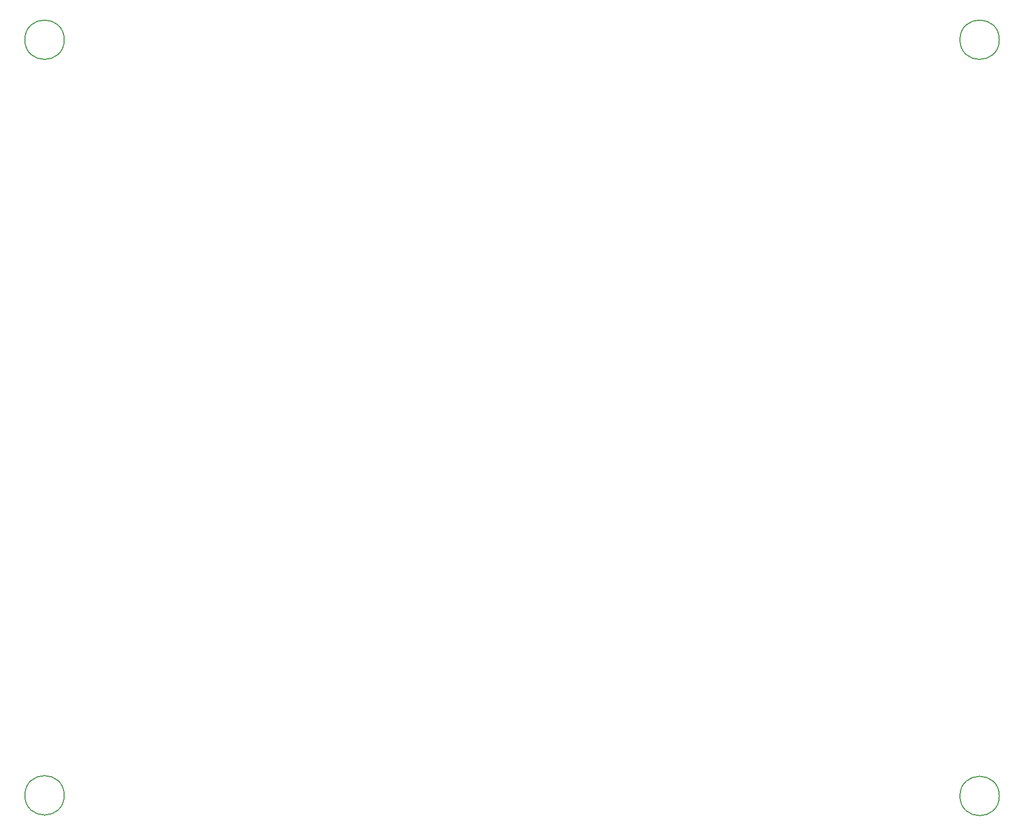
<source format=gbr>
%TF.GenerationSoftware,KiCad,Pcbnew,8.0.8*%
%TF.CreationDate,2025-03-16T07:00:45-06:00*%
%TF.ProjectId,RC11,52433131-2e6b-4696-9361-645f70636258,rev?*%
%TF.SameCoordinates,Original*%
%TF.FileFunction,Other,Comment*%
%FSLAX46Y46*%
G04 Gerber Fmt 4.6, Leading zero omitted, Abs format (unit mm)*
G04 Created by KiCad (PCBNEW 8.0.8) date 2025-03-16 07:00:45*
%MOMM*%
%LPD*%
G01*
G04 APERTURE LIST*
%ADD10C,0.150000*%
G04 APERTURE END LIST*
D10*
%TO.C,H4*%
X178700000Y-33500000D02*
G75*
G02*
X172300000Y-33500000I-3200000J0D01*
G01*
X172300000Y-33500000D02*
G75*
G02*
X178700000Y-33500000I3200000J0D01*
G01*
%TO.C,H3*%
X178700000Y-156500000D02*
G75*
G02*
X172300000Y-156500000I-3200000J0D01*
G01*
X172300000Y-156500000D02*
G75*
G02*
X178700000Y-156500000I3200000J0D01*
G01*
%TO.C,H2*%
X26700000Y-156400000D02*
G75*
G02*
X20300000Y-156400000I-3200000J0D01*
G01*
X20300000Y-156400000D02*
G75*
G02*
X26700000Y-156400000I3200000J0D01*
G01*
%TO.C,H1*%
X26700000Y-33500000D02*
G75*
G02*
X20300000Y-33500000I-3200000J0D01*
G01*
X20300000Y-33500000D02*
G75*
G02*
X26700000Y-33500000I3200000J0D01*
G01*
%TD*%
M02*

</source>
